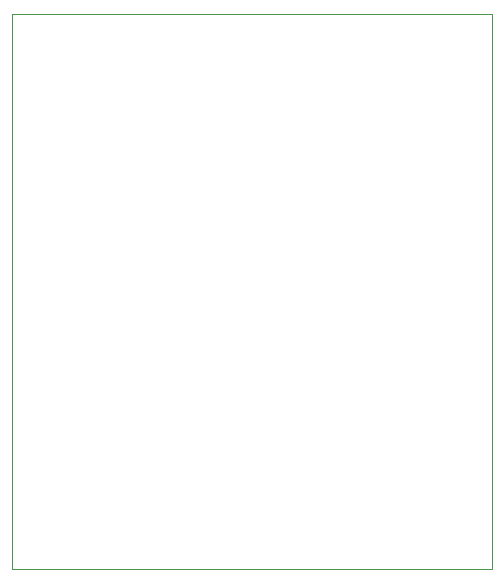
<source format=gm1>
%TF.GenerationSoftware,KiCad,Pcbnew,(5.1.10)-1*%
%TF.CreationDate,2021-07-06T16:49:45+02:00*%
%TF.ProjectId,circuitPanneauCarbOnFire,63697263-7569-4745-9061-6e6e65617543,rev?*%
%TF.SameCoordinates,Original*%
%TF.FileFunction,Profile,NP*%
%FSLAX46Y46*%
G04 Gerber Fmt 4.6, Leading zero omitted, Abs format (unit mm)*
G04 Created by KiCad (PCBNEW (5.1.10)-1) date 2021-07-06 16:49:45*
%MOMM*%
%LPD*%
G01*
G04 APERTURE LIST*
%TA.AperFunction,Profile*%
%ADD10C,0.050000*%
%TD*%
G04 APERTURE END LIST*
D10*
X82550000Y-129540000D02*
X86360000Y-129540000D01*
X82550000Y-82550000D02*
X82550000Y-129540000D01*
X86360000Y-82550000D02*
X82550000Y-82550000D01*
X123190000Y-129540000D02*
X86360000Y-129540000D01*
X123190000Y-82550000D02*
X123190000Y-129540000D01*
X86360000Y-82550000D02*
X123190000Y-82550000D01*
M02*

</source>
